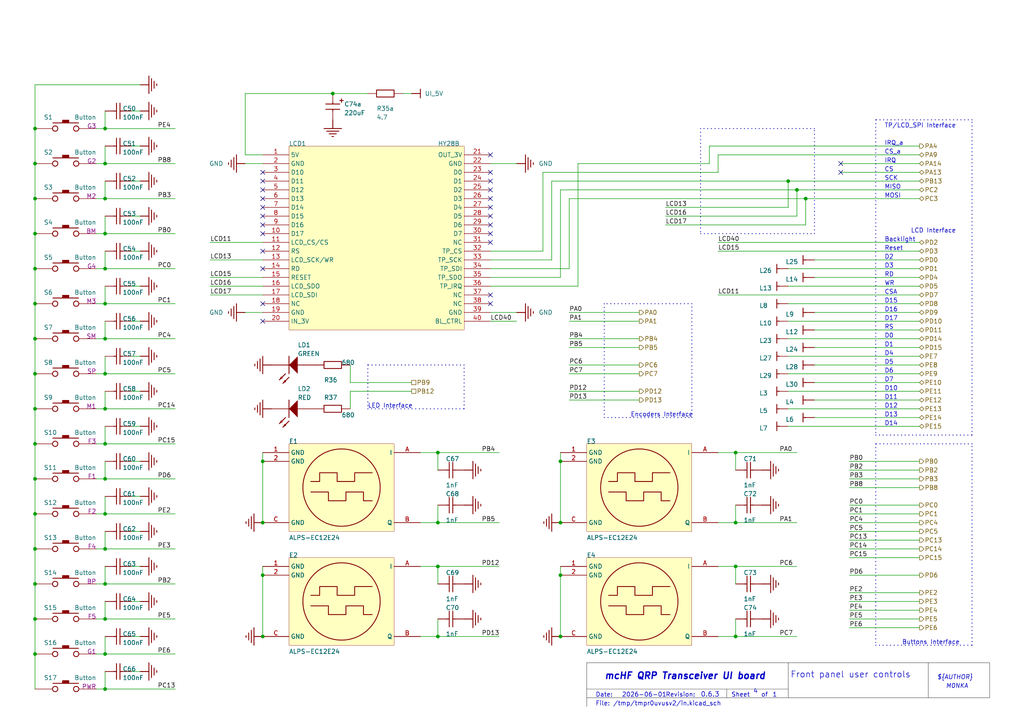
<source format=kicad_sch>
(kicad_sch (version 20231120) (generator "eeschema") (generator_version "8.0")
  (paper "A4")
  (title_block (title "mcHF QRP Transceiver UI board") (rev "0.6.3") (company "M0NKA"))
  (junction (at 231.14 55.0672))
  (junction (at 30.48 67.7672))
  (junction (at 30.48 159.2072))
  (junction (at 76.2 133.8072))
  (junction (at 30.48 98.2472))
  (junction (at 127 164.2872))
  (junction (at 10.16 189.6872))
  (junction (at 30.48 128.7272))
  (junction (at 10.16 159.2072))
  (junction (at 30.48 37.2872))
  (junction (at 30.48 149.0472))
  (junction (at 30.48 88.0872))
  (junction (at 10.16 138.8872))
  (junction (at 162.56 151.5872))
  (junction (at 10.16 77.9272))
  (junction (at 10.16 67.7672))
  (junction (at 127 184.6072))
  (junction (at 30.48 108.4072))
  (junction (at 30.48 189.6872))
  (junction (at 10.16 179.5272))
  (junction (at 30.48 138.8872))
  (junction (at 162.56 166.8272))
  (junction (at 10.16 169.3672))
  (junction (at 96.52 27.1272))
  (junction (at 10.16 88.0872))
  (junction (at 162.56 184.6072))
  (junction (at 30.48 77.9272))
  (junction (at 10.16 47.4472))
  (junction (at 10.16 37.2872))
  (junction (at 10.16 57.6072))
  (junction (at 10.16 128.7272))
  (junction (at 30.48 47.4472))
  (junction (at 30.48 57.6072))
  (junction (at 127 151.5872))
  (junction (at 228.6 52.5272))
  (junction (at 213.36 184.6072))
  (junction (at 10.16 118.5672))
  (junction (at 30.48 179.5272))
  (junction (at 76.2 151.5872))
  (junction (at 162.56 133.8072))
  (junction (at 233.68 57.6072))
  (junction (at 10.16 149.0472))
  (junction (at 30.48 199.8472))
  (junction (at 213.36 164.2872))
  (junction (at 30.48 118.5672))
  (junction (at 76.2 184.6072))
  (junction (at 127 131.2672))
  (junction (at 30.48 169.3672))
  (junction (at 213.36 131.2672))
  (junction (at 10.16 98.2472))
  (junction (at 213.36 151.5872))
  (junction (at 76.2 166.8272))
  (junction (at 10.16 108.4072))
  (no_connect (at 76.2 67.7672))
  (no_connect (at 76.2 88.0872))
  (no_connect (at 142.24 67.7672))
  (no_connect (at 142.24 88.0872))
  (no_connect (at 76.2 55.0672))
  (no_connect (at 76.2 60.1472))
  (no_connect (at 76.2 77.9272))
  (no_connect (at 243.84 47.4472))
  (no_connect (at 142.24 60.1472))
  (no_connect (at 243.84 49.9872))
  (no_connect (at 142.24 44.9072))
  (no_connect (at 142.24 57.6072))
  (no_connect (at 142.24 55.0672))
  (no_connect (at 76.2 52.5272))
  (no_connect (at 76.2 65.2272))
  (no_connect (at 76.2 62.6872))
  (no_connect (at 76.2 93.1672))
  (no_connect (at 142.24 70.3072))
  (no_connect (at 76.2 72.8472))
  (no_connect (at 76.2 57.6072))
  (no_connect (at 142.24 85.5472))
  (no_connect (at 142.24 52.5272))
  (no_connect (at 76.2 49.9872))
  (no_connect (at 142.24 49.9872))
  (no_connect (at 142.24 62.6872))
  (no_connect (at 142.24 65.2272))
  (wire (pts (xy 30.48 47.4472) (xy 50.8 47.4472)))
  (wire (pts (xy 30.48 37.2872) (xy 50.8 37.2872)))
  (wire (pts (xy 40.64 154.1272) (xy 38.1 154.1272)))
  (wire (pts (xy 144.78 151.5872) (xy 127 151.5872)))
  (polyline (pts (xy 269.24 192.2272) (xy 269.24 202.3872)) (stroke (width 0.0254) (type solid) (color 0 0 0 1)))
  (wire (pts (xy 185.42 90.6272) (xy 165.1 90.6272)))
  (wire (pts (xy 10.16 179.5272) (xy 10.16 169.3672)))
  (wire (pts (xy 266.7 171.9072) (xy 246.38 171.9072)))
  (wire (pts (xy 127 169.3672) (xy 127 164.2872)))
  (wire (pts (xy 266.7 141.4272) (xy 246.38 141.4272)))
  (wire (pts (xy 208.28 72.8472) (xy 266.7 72.8472)))
  (wire (pts (xy 243.84 49.9872) (xy 266.7 49.9872)))
  (wire (pts (xy 144.78 131.2672) (xy 127 131.2672)))
  (wire (pts (xy 76.2 164.2872) (xy 76.2 166.8272)))
  (wire (pts (xy 27.94 128.7272) (xy 30.48 128.7272)))
  (wire (pts (xy 228.6 83.0072) (xy 266.7 83.0072)))
  (wire (pts (xy 231.14 164.2872) (xy 213.36 164.2872)))
  (polyline (pts (xy 287.02 202.3872) (xy 287.02 192.2272)) (stroke (width 0.0254) (type solid) (color 0 0 0 1)))
  (wire (pts (xy 167.64 83.0072) (xy 167.64 47.4472)))
  (wire (pts (xy 10.16 149.0472) (xy 10.16 138.8872)))
  (wire (pts (xy 10.16 159.2072) (xy 10.16 149.0472)))
  (wire (pts (xy 185.42 113.4872) (xy 165.1 113.4872)))
  (wire (pts (xy 205.74 42.3672) (xy 266.7 42.3672)))
  (wire (pts (xy 40.64 123.6472) (xy 38.1 123.6472)))
  (wire (pts (xy 185.42 98.2472) (xy 165.1 98.2472)))
  (wire (pts (xy 119.38 110.9472) (xy 101.6 110.9472)))
  (wire (pts (xy 236.22 110.9472) (xy 266.7 110.9472)))
  (wire (pts (xy 27.94 138.8872) (xy 30.48 138.8872)))
  (wire (pts (xy 266.7 174.4472) (xy 246.38 174.4472)))
  (wire (pts (xy 30.48 62.6872) (xy 30.48 67.7672)))
  (polyline (pts (xy 200.66 88.0872) (xy 175.26 88.0872)) (stroke (width 0.254) (type dot) (color 0 0 180 1)))
  (wire (pts (xy 266.7 156.6672) (xy 246.38 156.6672)))
  (wire (pts (xy 213.36 136.3472) (xy 213.36 131.2672)))
  (polyline (pts (xy 175.26 88.0872) (xy 175.26 121.1072)) (stroke (width 0.254) (type dot) (color 0 0 180 1)))
  (wire (pts (xy 142.24 47.4472) (xy 149.86 47.4472)))
  (wire (pts (xy 76.2 133.8072) (xy 76.2 151.5872)))
  (polyline (pts (xy 106.68 118.5672) (xy 134.62 118.5672)) (stroke (width 0.254) (type dot) (color 0 0 180 1)))
  (wire (pts (xy 101.6 110.9472) (xy 101.6 105.8672)))
  (wire (pts (xy 236.22 95.7072) (xy 266.7 95.7072)))
  (polyline (pts (xy 134.62 118.5672) (xy 134.62 105.8672)) (stroke (width 0.254) (type dot) (color 0 0 180 1)))
  (polyline (pts (xy 170.18 199.8472) (xy 228.6 199.8472)) (stroke (width 0.0254) (type solid) (color 0 0 0 1)))
  (wire (pts (xy 162.56 133.8072) (xy 162.56 151.5872)))
  (wire (pts (xy 266.7 176.9872) (xy 246.38 176.9872)))
  (wire (pts (xy 233.68 65.2272) (xy 193.04 65.2272)))
  (wire (pts (xy 167.64 47.4472) (xy 205.74 47.4472)))
  (wire (pts (xy 30.48 199.8472) (xy 50.8 199.8472)))
  (wire (pts (xy 231.14 131.2672) (xy 213.36 131.2672)))
  (wire (pts (xy 213.36 164.2872) (xy 208.28 164.2872)))
  (wire (pts (xy 76.2 83.0072) (xy 60.96 83.0072)))
  (wire (pts (xy 213.36 184.6072) (xy 208.28 184.6072)))
  (wire (pts (xy 27.94 67.7672) (xy 30.48 67.7672)))
  (wire (pts (xy 30.48 113.4872) (xy 30.48 118.5672)))
  (wire (pts (xy 30.48 52.5272) (xy 30.48 57.6072)))
  (wire (pts (xy 162.56 55.0672) (xy 162.56 80.4672)))
  (wire (pts (xy 10.16 88.0872) (xy 10.16 77.9272)))
  (wire (pts (xy 40.64 184.6072) (xy 38.1 184.6072)))
  (wire (pts (xy 236.22 121.1072) (xy 266.7 121.1072)))
  (polyline (pts (xy 203.2 37.2872) (xy 203.2 67.7672)) (stroke (width 0.254) (type dot) (color 0 0 180 1)))
  (wire (pts (xy 266.7 138.8872) (xy 246.38 138.8872)))
  (wire (pts (xy 266.7 57.6072) (xy 233.68 57.6072)))
  (wire (pts (xy 40.64 72.8472) (xy 38.1 72.8472)))
  (wire (pts (xy 266.7 151.5872) (xy 246.38 151.5872)))
  (wire (pts (xy 30.48 174.4472) (xy 30.48 179.5272)))
  (wire (pts (xy 236.22 116.0272) (xy 266.7 116.0272)))
  (wire (pts (xy 27.94 98.2472) (xy 30.48 98.2472)))
  (wire (pts (xy 266.7 159.2072) (xy 246.38 159.2072)))
  (wire (pts (xy 213.36 151.5872) (xy 208.28 151.5872)))
  (wire (pts (xy 76.2 131.2672) (xy 76.2 133.8072)))
  (wire (pts (xy 208.28 49.9872) (xy 208.28 44.9072)))
  (wire (pts (xy 233.68 57.6072) (xy 165.1 57.6072)))
  (wire (pts (xy 266.7 154.1272) (xy 246.38 154.1272)))
  (wire (pts (xy 157.48 72.8472) (xy 157.48 49.9872)))
  (wire (pts (xy 119.38 113.4872) (xy 101.6 113.4872)))
  (wire (pts (xy 149.86 90.6272) (xy 142.24 90.6272)))
  (wire (pts (xy 162.56 164.2872) (xy 162.56 166.8272)))
  (wire (pts (xy 76.2 166.8272) (xy 76.2 184.6072)))
  (wire (pts (xy 30.48 128.7272) (xy 50.8 128.7272)))
  (wire (pts (xy 30.48 149.0472) (xy 50.8 149.0472)))
  (wire (pts (xy 10.16 189.6872) (xy 10.16 179.5272)))
  (polyline (pts (xy 287.02 192.2272) (xy 170.18 192.2272)) (stroke (width 0.0254) (type solid) (color 0 0 0 1)))
  (wire (pts (xy 213.36 131.2672) (xy 208.28 131.2672)))
  (wire (pts (xy 30.48 164.2872) (xy 30.48 169.3672)))
  (wire (pts (xy 127 136.3472) (xy 127 131.2672)))
  (wire (pts (xy 10.16 47.4472) (xy 10.16 37.2872)))
  (wire (pts (xy 236.22 105.8672) (xy 266.7 105.8672)))
  (wire (pts (xy 30.48 179.5272) (xy 50.8 179.5272)))
  (wire (pts (xy 40.64 133.8072) (xy 38.1 133.8072)))
  (wire (pts (xy 76.2 47.4472) (xy 71.12 47.4472)))
  (wire (pts (xy 266.7 133.8072) (xy 246.38 133.8072)))
  (wire (pts (xy 236.22 90.6272) (xy 266.7 90.6272)))
  (wire (pts (xy 10.16 98.2472) (xy 10.16 88.0872)))
  (wire (pts (xy 160.02 75.3872) (xy 142.24 75.3872)))
  (polyline (pts (xy 203.2 67.7672) (xy 236.22 67.7672)) (stroke (width 0.254) (type dot) (color 0 0 180 1)))
  (wire (pts (xy 266.7 136.3472) (xy 246.38 136.3472)))
  (wire (pts (xy 30.48 57.6072) (xy 50.8 57.6072)))
  (wire (pts (xy 142.24 83.0072) (xy 167.64 83.0072)))
  (wire (pts (xy 266.7 146.5072) (xy 246.38 146.5072)))
  (wire (pts (xy 30.48 77.9272) (xy 50.8 77.9272)))
  (wire (pts (xy 165.1 77.9272) (xy 142.24 77.9272)))
  (wire (pts (xy 127 164.2872) (xy 121.92 164.2872)))
  (wire (pts (xy 228.6 52.5272) (xy 160.02 52.5272)))
  (wire (pts (xy 185.42 93.1672) (xy 165.1 93.1672)))
  (polyline (pts (xy 261.62 202.3872) (xy 170.18 202.3872)) (stroke (width 0.0254) (type solid) (color 0 0 0 1)))
  (wire (pts (xy 27.94 77.9272) (xy 30.48 77.9272)))
  (wire (pts (xy 27.94 47.4472) (xy 30.48 47.4472)))
  (wire (pts (xy 10.16 37.2872) (xy 10.16 24.5872)))
  (wire (pts (xy 208.28 85.5472) (xy 266.7 85.5472)))
  (wire (pts (xy 40.64 103.3272) (xy 38.1 103.3272)))
  (wire (pts (xy 27.94 118.5672) (xy 30.48 118.5672)))
  (polyline (pts (xy 175.26 121.1072) (xy 200.66 121.1072)) (stroke (width 0.254) (type dot) (color 0 0 180 1)))
  (wire (pts (xy 27.94 108.4072) (xy 30.48 108.4072)))
  (wire (pts (xy 40.64 42.3672) (xy 38.1 42.3672)))
  (wire (pts (xy 10.16 24.5872) (xy 40.64 24.5872)))
  (wire (pts (xy 40.64 143.9672) (xy 38.1 143.9672)))
  (wire (pts (xy 160.02 52.5272) (xy 160.02 75.3872)))
  (wire (pts (xy 76.2 90.6272) (xy 71.12 90.6272)))
  (wire (pts (xy 30.48 103.3272) (xy 30.48 108.4072)))
  (wire (pts (xy 228.6 108.4072) (xy 266.7 108.4072)))
  (wire (pts (xy 27.94 88.0872) (xy 30.48 88.0872)))
  (wire (pts (xy 30.48 88.0872) (xy 50.8 88.0872)))
  (wire (pts (xy 27.94 169.3672) (xy 30.48 169.3672)))
  (wire (pts (xy 149.86 93.1672) (xy 142.24 93.1672)))
  (wire (pts (xy 71.12 44.9072) (xy 71.12 27.1272)))
  (wire (pts (xy 10.16 128.7272) (xy 10.16 118.5672)))
  (wire (pts (xy 10.16 67.7672) (xy 10.16 57.6072)))
  (wire (pts (xy 27.94 149.0472) (xy 30.48 149.0472)))
  (wire (pts (xy 213.36 184.6072) (xy 213.36 179.5272)))
  (wire (pts (xy 30.48 83.0072) (xy 30.48 88.0872)))
  (wire (pts (xy 213.36 169.3672) (xy 213.36 164.2872)))
  (wire (pts (xy 30.48 138.8872) (xy 50.8 138.8872)))
  (polyline (pts (xy 254 126.1872) (xy 281.94 126.1872)) (stroke (width 0.254) (type dot) (color 0 0 180 1)))
  (polyline (pts (xy 236.22 37.2872) (xy 203.2 37.2872)) (stroke (width 0.254) (type dot) (color 0 0 180 1)))
  (wire (pts (xy 30.48 133.8072) (xy 30.48 138.8872)))
  (wire (pts (xy 30.48 143.9672) (xy 30.48 149.0472)))
  (wire (pts (xy 10.16 169.3672) (xy 10.16 159.2072)))
  (wire (pts (xy 144.78 164.2872) (xy 127 164.2872)))
  (wire (pts (xy 228.6 88.0872) (xy 266.7 88.0872)))
  (wire (pts (xy 40.64 32.2072) (xy 38.1 32.2072)))
  (polyline (pts (xy 106.68 105.8672) (xy 106.68 118.5672)) (stroke (width 0.254) (type dot) (color 0 0 180 1)))
  (polyline (pts (xy 170.18 192.2272) (xy 170.18 204.9272)) (stroke (width 0.0254) (type solid) (color 0 0 0 1)))
  (wire (pts (xy 228.6 52.5272) (xy 228.6 60.1472)))
  (wire (pts (xy 30.48 169.3672) (xy 50.8 169.3672)))
  (wire (pts (xy 30.48 154.1272) (xy 30.48 159.2072)))
  (wire (pts (xy 40.64 113.4872) (xy 38.1 113.4872)))
  (wire (pts (xy 127 184.6072) (xy 127 179.5272)))
  (wire (pts (xy 185.42 116.0272) (xy 165.1 116.0272)))
  (wire (pts (xy 30.48 118.5672) (xy 50.8 118.5672)))
  (wire (pts (xy 27.94 57.6072) (xy 30.48 57.6072)))
  (polyline (pts (xy 281.94 187.1472) (xy 281.94 128.7272)) (stroke (width 0.254) (type dot) (color 0 0 180 1)))
  (wire (pts (xy 127 131.2672) (xy 121.92 131.2672)))
  (wire (pts (xy 127 151.5872) (xy 127 146.5072)))
  (wire (pts (xy 30.48 67.7672) (xy 50.8 67.7672)))
  (polyline (pts (xy 236.22 67.7672) (xy 236.22 37.2872)) (stroke (width 0.254) (type dot) (color 0 0 180 1)))
  (wire (pts (xy 101.6 113.4872) (xy 101.6 118.5672)))
  (wire (pts (xy 165.1 57.6072) (xy 165.1 77.9272)))
  (wire (pts (xy 10.16 199.8472) (xy 10.16 189.6872)))
  (wire (pts (xy 40.64 174.4472) (xy 38.1 174.4472)))
  (wire (pts (xy 30.48 108.4072) (xy 50.8 108.4072)))
  (wire (pts (xy 30.48 42.3672) (xy 30.48 47.4472)))
  (polyline (pts (xy 261.62 202.3872) (xy 287.02 202.3872)) (stroke (width 0.0254) (type solid) (color 0 0 0 1)))
  (wire (pts (xy 236.22 75.3872) (xy 266.7 75.3872)))
  (wire (pts (xy 228.6 123.6472) (xy 266.7 123.6472)))
  (wire (pts (xy 228.6 98.2472) (xy 266.7 98.2472)))
  (wire (pts (xy 266.7 182.0672) (xy 246.38 182.0672)))
  (wire (pts (xy 40.64 62.6872) (xy 38.1 62.6872)))
  (wire (pts (xy 231.14 151.5872) (xy 213.36 151.5872)))
  (wire (pts (xy 162.56 80.4672) (xy 142.24 80.4672)))
  (wire (pts (xy 27.94 179.5272) (xy 30.48 179.5272)))
  (wire (pts (xy 231.14 55.0672) (xy 162.56 55.0672)))
  (wire (pts (xy 30.48 72.8472) (xy 30.48 77.9272)))
  (wire (pts (xy 231.14 62.6872) (xy 193.04 62.6872)))
  (wire (pts (xy 30.48 184.6072) (xy 30.48 189.6872)))
  (polyline (pts (xy 281.94 34.7472) (xy 254 34.7472)) (stroke (width 0.254) (type dot) (color 0 0 180 1)))
  (wire (pts (xy 185.42 100.7872) (xy 165.1 100.7872)))
  (wire (pts (xy 27.94 199.8472) (xy 30.48 199.8472)))
  (wire (pts (xy 76.2 80.4672) (xy 60.96 80.4672)))
  (wire (pts (xy 157.48 49.9872) (xy 208.28 49.9872)))
  (wire (pts (xy 266.7 179.5272) (xy 246.38 179.5272)))
  (wire (pts (xy 30.48 123.6472) (xy 30.48 128.7272)))
  (polyline (pts (xy 281.94 128.7272) (xy 254 128.7272)) (stroke (width 0.254) (type dot) (color 0 0 180 1)))
  (polyline (pts (xy 254 187.1472) (xy 281.94 187.1472)) (stroke (width 0.254) (type dot) (color 0 0 180 1)))
  (wire (pts (xy 27.94 37.2872) (xy 30.48 37.2872)))
  (wire (pts (xy 30.48 159.2072) (xy 50.8 159.2072)))
  (wire (pts (xy 27.94 189.6872) (xy 30.48 189.6872)))
  (wire (pts (xy 228.6 113.4872) (xy 266.7 113.4872)))
  (wire (pts (xy 236.22 80.4672) (xy 266.7 80.4672)))
  (wire (pts (xy 185.42 105.8672) (xy 165.1 105.8672)))
  (wire (pts (xy 243.84 47.4472) (xy 266.7 47.4472)))
  (wire (pts (xy 76.2 70.3072) (xy 60.96 70.3072)))
  (wire (pts (xy 233.68 57.6072) (xy 233.68 65.2272)))
  (wire (pts (xy 266.7 149.0472) (xy 246.38 149.0472)))
  (wire (pts (xy 228.6 60.1472) (xy 193.04 60.1472)))
  (wire (pts (xy 231.14 55.0672) (xy 231.14 62.6872)))
  (wire (pts (xy 236.22 100.7872) (xy 266.7 100.7872)))
  (wire (pts (xy 266.7 55.0672) (xy 231.14 55.0672)))
  (wire (pts (xy 228.6 103.3272) (xy 266.7 103.3272)))
  (wire (pts (xy 40.64 52.5272) (xy 38.1 52.5272)))
  (wire (pts (xy 228.6 118.5672) (xy 266.7 118.5672)))
  (wire (pts (xy 228.6 93.1672) (xy 266.7 93.1672)))
  (wire (pts (xy 76.2 44.9072) (xy 71.12 44.9072)))
  (wire (pts (xy 40.64 93.1672) (xy 38.1 93.1672)))
  (wire (pts (xy 266.7 52.5272) (xy 228.6 52.5272)))
  (polyline (pts (xy 254 128.7272) (xy 254 187.1472)) (stroke (width 0.254) (type dot) (color 0 0 180 1)))
  (wire (pts (xy 266.7 161.7472) (xy 246.38 161.7472)))
  (wire (pts (xy 30.48 189.6872) (xy 50.8 189.6872)))
  (wire (pts (xy 10.16 57.6072) (xy 10.16 47.4472)))
  (wire (pts (xy 142.24 72.8472) (xy 157.48 72.8472)))
  (wire (pts (xy 30.48 98.2472) (xy 50.8 98.2472)))
  (wire (pts (xy 10.16 118.5672) (xy 10.16 108.4072)))
  (wire (pts (xy 10.16 77.9272) (xy 10.16 67.7672)))
  (wire (pts (xy 40.64 83.0072) (xy 38.1 83.0072)))
  (wire (pts (xy 40.64 194.7672) (xy 38.1 194.7672)))
  (polyline (pts (xy 281.94 126.1872) (xy 281.94 34.7472)) (stroke (width 0.254) (type dot) (color 0 0 180 1)))
  (wire (pts (xy 30.48 93.1672) (xy 30.48 98.2472)))
  (wire (pts (xy 144.78 184.6072) (xy 127 184.6072)))
  (wire (pts (xy 119.38 27.1272) (xy 116.84 27.1272)))
  (wire (pts (xy 27.94 159.2072) (xy 30.48 159.2072)))
  (wire (pts (xy 185.42 108.4072) (xy 165.1 108.4072)))
  (polyline (pts (xy 134.62 105.8672) (xy 106.68 105.8672)) (stroke (width 0.254) (type dot) (color 0 0 180 1)))
  (wire (pts (xy 266.7 166.8272) (xy 246.38 166.8272)))
  (polyline (pts (xy 254 34.7472) (xy 254 126.1872)) (stroke (width 0.254) (type dot) (color 0 0 180 1)))
  (wire (pts (xy 205.74 47.4472) (xy 205.74 42.3672)))
  (polyline (pts (xy 210.82 199.8472) (xy 210.82 202.3872)) (stroke (width 0.0254) (type solid) (color 0 0 0 1)))
  (polyline (pts (xy 228.6 192.2272) (xy 228.6 202.3872)) (stroke (width 0.0254) (type solid) (color 0 0 0 1)))
  (wire (pts (xy 10.16 138.8872) (xy 10.16 128.7272)))
  (wire (pts (xy 71.12 27.1272) (xy 96.52 27.1272)))
  (wire (pts (xy 30.48 194.7672) (xy 30.48 199.8472)))
  (wire (pts (xy 208.28 70.3072) (xy 266.7 70.3072)))
  (wire (pts (xy 96.52 27.1272) (xy 106.68 27.1272)))
  (wire (pts (xy 231.14 184.6072) (xy 213.36 184.6072)))
  (wire (pts (xy 30.48 32.2072) (xy 30.48 37.2872)))
  (polyline (pts (xy 200.66 121.1072) (xy 200.66 88.0872)) (stroke (width 0.254) (type dot) (color 0 0 180 1)))
  (wire (pts (xy 40.64 164.2872) (xy 38.1 164.2872)))
  (wire (pts (xy 228.6 77.9272) (xy 266.7 77.9272)))
  (wire (pts (xy 10.16 108.4072) (xy 10.16 98.2472)))
  (wire (pts (xy 213.36 151.5872) (xy 213.36 146.5072)))
  (wire (pts (xy 162.56 131.2672) (xy 162.56 133.8072)))
  (wire (pts (xy 76.2 85.5472) (xy 60.96 85.5472)))
  (wire (pts (xy 127 151.5872) (xy 121.92 151.5872)))
  (wire (pts (xy 162.56 166.8272) (xy 162.56 184.6072)))
  (wire (pts (xy 127 184.6072) (xy 121.92 184.6072)))
  (wire (pts (xy 76.2 75.3872) (xy 60.96 75.3872)))
  (wire (pts (xy 208.28 44.9072) (xy 266.7 44.9072)))
  (text "Reset" (at 256.54 72.8472 0) (effects (font (size 1.27 1.27)) (justify left bottom)))
  (text "MISO" (at 256.54 55.0672 0) (effects (font (size 1.27 1.27)) (justify left bottom)))
  (text "CSA" (at 256.54 85.5472 0) (effects (font (size 1.27 1.27)) (justify left bottom)))
  (text "D11" (at 256.54 116.0272 0) (effects (font (size 1.27 1.27)) (justify left bottom)))
  (text "File:" (at 172.72 204.9272 0) (effects (font (size 1.27 1.27)) (justify left bottom)))
  (text "${TITLE}" (at 175.26 197.3072 0) (effects (font (size 1.905 1.905) (thickness 0.381) (bold yes) (italic yes)) (justify left bottom)))
  (text "Revision:" (at 193.04 202.3872 0) (effects (font (size 1.27 1.27)) (justify left bottom)))
  (text "IRQ" (at 256.54 47.4472 0) (effects (font (size 1.27 1.27)) (justify left bottom)))
  (text "TP/LCD_SPI Interface" (at 256.54 37.2872 0) (effects (font (size 1.27 1.27)) (justify left bottom)))
  (text "D13" (at 256.54 121.1072 0) (effects (font (size 1.27 1.27)) (justify left bottom)))
  (text "IRQ_a" (at 256.54 42.3672 0) (effects (font (size 1.27 1.27)) (justify left bottom)))
  (text "D17" (at 256.54 93.1672 0) (effects (font (size 1.27 1.27)) (justify left bottom)))
  (text "LCD Interface" (at 264.16 67.7672 0) (effects (font (size 1.27 1.27)) (justify left bottom)))
  (text "${AUTHOR}" (at 271.78 197.3072 0) (effects (font (size 1.27 1.27) (italic yes)) (justify left bottom)))
  (text "D6" (at 256.54 108.4072 0) (effects (font (size 1.27 1.27)) (justify left bottom)))
  (text "CS" (at 256.54 49.9872 0) (effects (font (size 1.27 1.27)) (justify left bottom)))
  (text "D14" (at 256.54 123.6472 0) (effects (font (size 1.27 1.27)) (justify left bottom)))
  (text "RS" (at 256.54 95.7072 0) (effects (font (size 1.27 1.27)) (justify left bottom)))
  (text "${REVISION}" (at 203.2 202.3872 0) (effects (font (size 1.397 1.397)) (justify left bottom)))
  (text "D16" (at 256.54 90.6272 0) (effects (font (size 1.27 1.27)) (justify left bottom)))
  (text "CS_a" (at 256.54 44.9072 0) (effects (font (size 1.27 1.27)) (justify left bottom)))
  (text "${CURRENT_DATE}" (at 180.34 202.3872 0) (effects (font (size 1.27 1.27)) (justify left bottom)))
  (text "RD" (at 256.54 80.4672 0) (effects (font (size 1.27 1.27)) (justify left bottom)))
  (text "D15" (at 256.54 88.0872 0) (effects (font (size 1.27 1.27)) (justify left bottom)))
  (text "4" (at 218.44 199.8472 0) (effects (font (size 1.27 1.27)) (justify left top)))
  (text "Buttons Interface" (at 261.62 187.1472 0) (effects (font (size 1.27 1.27)) (justify left bottom)))
  (text "D4" (at 256.54 103.3272 0) (effects (font (size 1.27 1.27)) (justify left bottom)))
  (text "D0" (at 256.54 98.2472 0) (effects (font (size 1.27 1.27)) (justify left bottom)))
  (text "Encoders Interface" (at 182.88 121.1072 0) (effects (font (size 1.27 1.27)) (justify left bottom)))
  (text "${##}" (at 224.028 202.3872 0) (effects (font (size 1.27 1.27)) (justify left bottom)))
  (text "of" (at 220.726 202.3872 0) (effects (font (size 1.27 1.27)) (justify left bottom)))
  (text "${COMPANY}" (at 274.32 199.8472 0) (effects (font (size 1.27 1.27) (italic yes)) (justify left bottom)))
  (text "MOSI" (at 256.54 57.6072 0) (effects (font (size 1.27 1.27)) (justify left bottom)))
  (text "D7" (at 256.54 110.9472 0) (effects (font (size 1.27 1.27)) (justify left bottom)))
  (text "Date:" (at 172.72 202.3872 0) (effects (font (size 1.27 1.27)) (justify left bottom)))
  (text "D1" (at 256.54 100.7872 0) (effects (font (size 1.27 1.27)) (justify left bottom)))
  (text "SCK" (at 256.54 52.5272 0) (effects (font (size 1.27 1.27)) (justify left bottom)))
  (text "Sheet" (at 212.09 202.3872 0) (effects (font (size 1.27 1.27)) (justify left bottom)))
  (text "D12" (at 256.54 118.5672 0) (effects (font (size 1.27 1.27)) (justify left bottom)))
  (text "D10" (at 256.54 113.4872 0) (effects (font (size 1.27 1.27)) (justify left bottom)))
  (text "D3" (at 256.54 77.9272 0) (effects (font (size 1.27 1.27)) (justify left bottom)))
  (text "${FILEPATH}" (at 177.8 204.9272 0) (effects (font (size 1.27 1.27)) (justify left bottom)))
  (text "D5" (at 256.54 105.8672 0) (effects (font (size 1.27 1.27)) (justify left bottom)))
  (text "LED Interface" (at 106.68 118.5672 0) (effects (font (size 1.27 1.27)) (justify left bottom)))
  (text "D2" (at 256.54 75.3872 0) (effects (font (size 1.27 1.27)) (justify left bottom)))
  (text "Backlight" (at 256.54 70.3072 0) (effects (font (size 1.27 1.27)) (justify left bottom)))
  (text "WR" (at 256.54 83.0072 0) (effects (font (size 1.27 1.27)) (justify left bottom)))
  (text "Front panel user controls" (at 264.16 194.7672 0) (effects (font (size 1.778 1.778)) (justify right top)))
  (label "PD13" (at 165.1 116.0272 0))
  (label "PE3" (at 45.72 159.2072 0))
  (label "PA0" (at 226.06 131.2672 0))
  (label "PB3" (at 246.38 138.8872 0))
  (label "PB8" (at 246.38 141.4272 0))
  (label "PD12" (at 139.7 164.2872 0))
  (label "PC7" (at 165.1 108.4072 0))
  (label "PB2" (at 246.38 136.3472 0))
  (label "LCD15" (at 60.96 80.4672 0))
  (label "PB4" (at 139.7 131.2672 0))
  (label "PC5" (at 45.72 108.4072 0))
  (label "PA0" (at 165.1 90.6272 0))
  (label "PB0" (at 45.72 67.7672 0))
  (label "PB4" (at 165.1 98.2472 0))
  (label "PB5" (at 165.1 100.7872 0))
  (label "LCD16" (at 193.04 62.6872 0))
  (label "LCD13" (at 60.96 75.3872 0))
  (label "LCD11" (at 208.28 85.5472 0))
  (label "PB5" (at 139.7 151.5872 0))
  (label "PC5" (at 246.38 154.1272 0))
  (label "PE6" (at 45.72 189.6872 0))
  (label "PC14" (at 246.38 159.2072 0))
  (label "PD12" (at 165.1 113.4872 0))
  (label "PE5" (at 45.72 179.5272 0))
  (label "LCD15" (at 208.28 72.8472 0))
  (label "LCD40" (at 142.24 93.1672 0))
  (label "PD13" (at 139.7 184.6072 0))
  (label "PE4" (at 246.38 176.9872 0))
  (label "PE5" (at 246.38 179.5272 0))
  (label "LCD17" (at 193.04 65.2272 0))
  (label "PC0" (at 246.38 146.5072 0))
  (label "PC15" (at 246.38 161.7472 0))
  (label "LCD40" (at 208.28 70.3072 0))
  (label "PE6" (at 246.38 182.0672 0))
  (label "PC4" (at 45.72 98.2472 0))
  (label "PB8" (at 45.72 47.4472 0))
  (label "PC4" (at 246.38 151.5872 0))
  (label "PC15" (at 45.72 128.7272 0))
  (label "LCD16" (at 60.96 83.0072 0))
  (label "PC13" (at 246.38 156.6672 0))
  (label "PC6" (at 165.1 105.8672 0))
  (label "LCD11" (at 60.96 70.3072 0))
  (label "PE4" (at 45.72 37.2872 0))
  (label "LCD13" (at 193.04 60.1472 0))
  (label "PB3" (at 45.72 57.6072 0))
  (label "PC6" (at 226.06 164.2872 0))
  (label "PA1" (at 226.06 151.5872 0))
  (label "PC7" (at 226.06 184.6072 0))
  (label "PA1" (at 165.1 93.1672 0))
  (label "PE2" (at 246.38 171.9072 0))
  (label "PE3" (at 246.38 174.4472 0))
  (label "PC13" (at 45.72 199.8472 0))
  (label "PB0" (at 246.38 133.8072 0))
  (label "PC14" (at 45.72 118.5672 0))
  (label "PC0" (at 45.72 77.9272 0))
  (label "PB2" (at 45.72 169.3672 0))
  (label "PD6" (at 246.38 166.8272 0))
  (label "PC1" (at 45.72 88.0872 0))
  (label "PD6" (at 45.72 138.8872 0))
  (label "PC1" (at 246.38 149.0472 0))
  (label "PE2" (at 45.72 149.0472 0))
  (label "LCD17" (at 60.96 85.5472 0))
  (hierarchical_label "PA4" (shape output) (at 266.7 42.3672 0))
  (hierarchical_label "PA13" (shape bidirectional) (at 266.7 49.9872 0))
  (hierarchical_label "PB3" (shape output) (at 266.7 138.8872 0))
  (hierarchical_label "PD5" (shape bidirectional) (at 266.7 83.0072 0))
  (hierarchical_label "PD6" (shape output) (at 266.7 166.8272 0))
  (hierarchical_label "PC14" (shape output) (at 266.7 159.2072 0))
  (hierarchical_label "PE2" (shape output) (at 266.7 171.9072 0))
  (hierarchical_label "PE7" (shape bidirectional) (at 266.7 103.3272 0))
  (hierarchical_label "PA0" (shape output) (at 185.42 90.6272 0))
  (hierarchical_label "PD7" (shape bidirectional) (at 266.7 85.5472 0))
  (hierarchical_label "PA14" (shape bidirectional) (at 266.7 47.4472 0))
  (hierarchical_label "PE6" (shape output) (at 266.7 182.0672 0))
  (hierarchical_label "PC15" (shape output) (at 266.7 161.7472 0))
  (hierarchical_label "PD2" (shape bidirectional) (at 266.7 70.3072 0))
  (hierarchical_label "PE3" (shape output) (at 266.7 174.4472 0))
  (hierarchical_label "PD8" (shape bidirectional) (at 266.7 88.0872 0))
  (hierarchical_label "PD4" (shape bidirectional) (at 266.7 80.4672 0))
  (hierarchical_label "PC13" (shape output) (at 266.7 156.6672 0))
  (hierarchical_label "PD0" (shape bidirectional) (at 266.7 75.3872 0))
  (hierarchical_label "PC3" (shape bidirectional) (at 266.7 57.6072 0))
  (hierarchical_label "PA1" (shape output) (at 185.42 93.1672 0))
  (hierarchical_label "PB4" (shape output) (at 185.42 98.2472 0))
  (hierarchical_label "PE10" (shape bidirectional) (at 266.7 110.9472 0))
  (hierarchical_label "PB13" (shape bidirectional) (at 266.7 52.5272 0))
  (hierarchical_label "PC6" (shape output) (at 185.42 105.8672 0))
  (hierarchical_label "PD13" (shape output) (at 185.42 116.0272 0))
  (hierarchical_label "PD11" (shape bidirectional) (at 266.7 95.7072 0))
  (hierarchical_label "PB9" (shape passive) (at 119.38 110.9472 0))
  (hierarchical_label "PB8" (shape output) (at 266.7 141.4272 0))
  (hierarchical_label "PD14" (shape bidirectional) (at 266.7 98.2472 0))
  (hierarchical_label "PB0" (shape output) (at 266.7 133.8072 0))
  (hierarchical_label "PA9" (shape bidirectional) (at 266.7 44.9072 0))
  (hierarchical_label "PE4" (shape output) (at 266.7 176.9872 0))
  (hierarchical_label "PC4" (shape output) (at 266.7 151.5872 0))
  (hierarchical_label "PB12" (shape passive) (at 119.38 113.4872 0))
  (hierarchical_label "PC5" (shape output) (at 266.7 154.1272 0))
  (hierarchical_label "PE9" (shape bidirectional) (at 266.7 108.4072 0))
  (hierarchical_label "PD15" (shape bidirectional) (at 266.7 100.7872 0))
  (hierarchical_label "PB5" (shape output) (at 185.42 100.7872 0))
  (hierarchical_label "PC7" (shape output) (at 185.42 108.4072 0))
  (hierarchical_label "PD9" (shape bidirectional) (at 266.7 90.6272 0))
  (hierarchical_label "PE11" (shape bidirectional) (at 266.7 113.4872 0))
  (hierarchical_label "PE13" (shape bidirectional) (at 266.7 118.5672 0))
  (hierarchical_label "PE15" (shape bidirectional) (at 266.7 123.6472 0))
  (hierarchical_label "PC0" (shape output) (at 266.7 146.5072 0))
  (hierarchical_label "PE14" (shape bidirectional) (at 266.7 121.1072 0))
  (hierarchical_label "PD12" (shape output) (at 185.42 113.4872 0))
  (hierarchical_label "PE12" (shape bidirectional) (at 266.7 116.0272 0))
  (hierarchical_label "PC2" (shape bidirectional) (at 266.7 55.0672 0))
  (hierarchical_label "PD3" (shape bidirectional) (at 266.7 72.8472 0))
  (hierarchical_label "PE5" (shape output) (at 266.7 179.5272 0))
  (hierarchical_label "PD1" (shape bidirectional) (at 266.7 77.9272 0))
  (hierarchical_label "PB2" (shape output) (at 266.7 136.3472 0))
  (hierarchical_label "PE8" (shape bidirectional) (at 266.7 105.8672 0))
  (hierarchical_label "PC1" (shape output) (at 266.7 149.0472 0))
  (hierarchical_label "PD10" (shape bidirectional) (at 266.7 93.1672 0))
  (symbol (lib_id "ui_main-altium-import:Front panel user controls_3_TP") (at 226.06 85.5472 0) (unit 1)
    (property "Reference" "L8" (at 220.218 89.3572 0) (effects (justify left bottom)))
    (property "Value" "TP" (effects (hide yes)))
    (property "Footprint" "tp" (effects (hide yes)))
    (property "Description" "Test point" (effects (hide yes)))
  )
  (symbol (lib_id "ui_main-altium-import:Front panel user controls_0_SW-PB") (at 15.24 105.8672 0) (unit 1)
    (property "Reference" "S8" (at 12.7 105.8672 0) (effects (justify left bottom)))
    (property "Value" "Button" (at 27.94 105.8672 0) (effects (justify right bottom)))
    (property "Footprint" "BUTTON_SMD2" (effects (hide yes)))
    (property "Description" "Push Button" (effects (hide yes)))
    (property "PRICE" "0.14" (effects (hide yes)))
    (property "ORDER" "EB 290913735944" (effects (hide yes)))
    (property "SOFTWARE FUNCTION" "SP" (at 27.94 108.4072 0) (effects (justify right bottom)))
  )
  (symbol (lib_id "ui_main-altium-import:Front panel user controls_3_CAP") (at 35.56 151.5872 0) (unit 1)
    (property "Reference" "C62" (at 35.56 154.1272 0) (effects (justify left bottom)))
    (property "Value" "100nF" (at 35.56 156.6672 0) (effects (justify left bottom)))
    (property "Footprint" "0805-Pro" (effects (hide yes)))
    (property "Description" "Capacitor" (effects (hide yes)))
    (property "PRICE" "0.068" (effects (hide yes)))
    (property "ORDER" "FN 174-0673" (effects (hide yes)))
    (property "QT ORDER" "QCC-00154" (effects (hide yes)))
  )
  (symbol (lib_id "ui_main-altium-import:Front panel user controls_0_Encoder") (at 185.42 174.4472 0) (unit 1)
    (property "Reference" "E4" (at 170.18 161.7472 0) (effects (justify left bottom)))
    (property "Value" "ALPS-EC12E24" (at 170.18 189.6872 0) (effects (justify left bottom)))
    (property "Footprint" "Encoder" (effects (hide yes)))
    (property "Description" "ALPS Rotary Encoder" (effects (hide yes)))
    (property "PRICE" "1.00" (effects (hide yes)))
    (property "ORDER" "FN 152-0812" (effects (hide yes)))
  )
  (symbol (lib_id "ui_main-altium-import:Front panel user controls_3_TP") (at 226.06 116.0272 0) (unit 1)
    (property "Reference" "L5" (at 220.218 119.8372 0) (effects (justify left bottom)))
    (property "Value" "TP" (effects (hide yes)))
    (property "Footprint" "tp" (effects (hide yes)))
    (property "Description" "Test point" (effects (hide yes)))
  )
  (symbol (lib_id "ui_main-altium-import:Front panel user controls_3_TP") (at 226.06 100.7872 0) (unit 1)
    (property "Reference" "L27" (at 220.218 104.5972 0) (effects (justify left bottom)))
    (property "Value" "TP" (effects (hide yes)))
    (property "Footprint" "tp" (effects (hide yes)))
    (property "Description" "Test point" (effects (hide yes)))
  )
  (symbol (lib_id "ui_main-altium-import:Front panel user controls_0_SW-PB") (at 15.24 34.7472 0) (unit 1)
    (property "Reference" "S1" (at 12.7 34.7472 0) (effects (justify left bottom)))
    (property "Value" "Button" (at 27.94 34.7472 0) (effects (justify right bottom)))
    (property "Footprint" "BUTTON_SMD2" (effects (hide yes)))
    (property "Description" "Push Button" (effects (hide yes)))
    (property "PRICE" "0.14" (effects (hide yes)))
    (property "ORDER" "EB 290913735944" (effects (hide yes)))
    (property "SOFTWARE FUNCTION" "G3" (at 27.94 37.2872 0) (effects (justify right bottom)))
  )
  (symbol (lib_id "ui_main-altium-import:Front panel user controls_0_RES_0") (at 93.98 103.3272 0) (unit 1)
    (property "Reference" "R36" (at 93.98 110.9472 0) (effects (justify left bottom)))
    (property "Value" "680" (at 99.06 105.8672 0) (effects (justify left bottom)))
    (property "Footprint" "0805-Pro" (effects (hide yes)))
    (property "Description" "Resistor" (effects (hide yes)))
    (property "ORDER" "FN 933-3460" (effects (hide yes)))
    (property "PRICE" "0.054" (effects (hide yes)))
    (property "QT ORDER" "QCR-00321" (effects (hide yes)))
  )
  (symbol (lib_id "ui_main-altium-import:Front panel user controls_3_CAP") (at 35.56 182.0672 0) (unit 1)
    (property "Reference" "C65" (at 35.56 184.6072 0) (effects (justify left bottom)))
    (property "Value" "100nF" (at 35.56 187.1472 0) (effects (justify left bottom)))
    (property "Footprint" "0805-Pro" (effects (hide yes)))
    (property "Description" "Capacitor" (effects (hide yes)))
    (property "PRICE" "0.068" (effects (hide yes)))
    (property "ORDER" "FN 174-0673" (effects (hide yes)))
    (property "QT ORDER" "QCC-00154" (effects (hide yes)))
  )
  (symbol (lib_id "ui_main-altium-import:GND_POWER_GROUND") (at 40.64 83.0072 90) (unit 1)
    (property "Reference" "#PWR?" (effects (hide yes)))
    (property "Value" "GND" (effects (hide yes)))
  )
  (symbol (lib_id "ui_main-altium-import:Front panel user controls_3_CAP") (at 35.56 110.9472 0) (unit 1)
    (property "Reference" "C58" (at 35.56 113.4872 0) (effects (justify left bottom)))
    (property "Value" "100nF" (at 35.56 116.0272 0) (effects (justify left bottom)))
    (property "Footprint" "0805-Pro" (effects (hide yes)))
    (property "Description" "Capacitor" (effects (hide yes)))
    (property "PRICE" "0.068" (effects (hide yes)))
    (property "ORDER" "FN 174-0673" (effects (hide yes)))
    (property "QT ORDER" "QCC-00154" (effects (hide yes)))
  )
  (symbol (lib_id "ui_main-altium-import:GND_POWER_GROUND") (at 40.64 52.5272 90) (unit 1)
    (property "Reference" "#PWR?" (effects (hide yes)))
    (property "Value" "GND" (effects (hide yes)))
  )
  (symbol (lib_id "ui_main-altium-import:Front panel user controls_3_CAP") (at 35.56 29.6672 0) (unit 1)
    (property "Reference" "C50" (at 35.56 32.2072 0) (effects (justify left bottom)))
    (property "Value" "100nF" (at 35.56 34.7472 0) (effects (justify left bottom)))
    (property "Footprint" "0805-Pro" (effects (hide yes)))
    (property "Description" "Capacitor" (effects (hide yes)))
    (property "PRICE" "0.068" (effects (hide yes)))
    (property "ORDER" "FN 174-0673" (effects (hide yes)))
    (property "QT ORDER" "QCC-00154" (effects (hide yes)))
  )
  (symbol (lib_id "ui_main-altium-import:Front panel user controls_0_SW-PB") (at 15.24 176.9872 0) (unit 1)
    (property "Reference" "S15" (at 12.7 176.9872 0) (effects (justify left bottom)))
    (property "Value" "Button" (at 27.94 176.9872 0) (effects (justify right bottom)))
    (property "Footprint" "BUTTON_SMD2" (effects (hide yes)))
    (property "Description" "Push Button" (effects (hide yes)))
    (property "PRICE" "0.14" (effects (hide yes)))
    (property "ORDER" "EB 290913735944" (effects (hide yes)))
    (property "SOFTWARE FUNCTION" "F5" (at 27.94 179.5272 0) (effects (justify right bottom)))
  )
  (symbol (lib_id "ui_main-altium-import:Front panel user controls_3_CAP") (at 35.56 60.1472 0) (unit 1)
    (property "Reference" "C53" (at 35.56 62.6872 0) (effects (justify left bottom)))
    (property "Value" "100nF" (at 35.56 65.2272 0) (effects (justify left bottom)))
    (property "Footprint" "0805-Pro" (effects (hide yes)))
    (property "Description" "Capacitor" (effects (hide yes)))
    (property "PRICE" "0.068" (effects (hide yes)))
    (property "ORDER" "FN 174-0673" (effects (hide yes)))
    (property "QT ORDER" "QCC-00154" (effects (hide yes)))
  )
  (symbol (lib_id "ui_main-altium-import:Front panel user controls_0_Encoder") (at 99.06 141.4272 0) (unit 1)
    (property "Reference" "E1" (at 83.82 128.7272 0) (effects (justify left bottom)))
    (property "Value" "ALPS-EC12E24" (at 83.82 156.6672 0) (effects (justify left bottom)))
    (property "Footprint" "Encoder" (effects (hide yes)))
    (property "Description" "ALPS Rotary Encoder" (effects (hide yes)))
    (property "PRICE" "1.00" (effects (hide yes)))
    (property "ORDER" "FN 152-0812" (effects (hide yes)))
  )
  (symbol (lib_id "ui_main-altium-import:Front panel user controls_3_TP") (at 233.68 77.9272 0) (unit 1)
    (property "Reference" "L14" (at 227.838 81.7372 0) (effects (justify left bottom)))
    (property "Value" "TP" (effects (hide yes)))
    (property "Footprint" "tp" (effects (hide yes)))
    (property "Description" "Test point" (effects (hide yes)))
  )
  (symbol (lib_id "ui_main-altium-import:GND_POWER_GROUND") (at 40.64 194.7672 90) (unit 1)
    (property "Reference" "#PWR?" (effects (hide yes)))
    (property "Value" "GND" (effects (hide yes)))
  )
  (symbol (lib_id "ui_main-altium-import:GND_POWER_GROUND") (at 40.64 42.3672 90) (unit 1)
    (property "Reference" "#PWR?" (effects (hide yes)))
    (property "Value" "GND" (effects (hide yes)))
  )
  (symbol (lib_id "ui_main-altium-import:Front panel user controls_0_SW-PB") (at 15.24 126.1872 0) (unit 1)
    (property "Reference" "S10" (at 12.7 126.1872 0) (effects (justify left bottom)))
    (property "Value" "Button" (at 27.94 126.1872 0) (effects (justify right bottom)))
    (property "Footprint" "BUTTON_SMD2" (effects (hide yes)))
    (property "Description" "Push Button" (effects (hide yes)))
    (property "PRICE" "0.14" (effects (hide yes)))
    (property "ORDER" "EB 290913735944" (effects (hide yes)))
    (property "SOFTWARE FUNCTION" "F3" (at 27.94 128.7272 0) (effects (justify right bottom)))
  )
  (symbol (lib_id "ui_main-altium-import:Front panel user controls_3_CAP") (at 35.56 121.1072 0) (unit 1)
    (property "Reference" "C59" (at 35.56 123.6472 0) (effects (justify left bottom)))
    (property "Value" "100nF" (at 35.56 126.1872 0) (effects (justify left bottom)))
    (property "Footprint" "0805-Pro" (effects (hide yes)))
    (property "Description" "Capacitor" (effects (hide yes)))
    (property "PRICE" "0.068" (effects (hide yes)))
    (property "ORDER" "FN 174-0673" (effects (hide yes)))
    (property "QT ORDER" "QCC-00154" (effects (hide yes)))
  )
  (symbol (lib_id "ui_main-altium-import:GND_POWER_GROUND") (at 71.12 47.4472 270) (unit 1)
    (property "Reference" "#PWR?" (effects (hide yes)))
    (property "Value" "GND" (at 64.77 47.4472 90) (effects (justify right)))
  )
  (symbol (lib_id "ui_main-altium-import:GND_POWER_GROUND") (at 78.74 105.8672 270) (unit 1)
    (property "Reference" "#PWR?" (effects (hide yes)))
    (property "Value" "GND" (effects (hide yes)))
  )
  (symbol (lib_id "ui_main-altium-import:GND_POWER_GROUND") (at 149.86 47.4472 90) (unit 1)
    (property "Reference" "#PWR?" (effects (hide yes)))
    (property "Value" "GND" (at 156.21 47.4472 90) (effects (justify right)))
  )
  (symbol (lib_id "ui_main-altium-import:Front panel user controls_1_CAP") (at 129.54 138.8872 0) (unit 1)
    (property "Reference" "C67" (at 129.286 133.8072 0) (effects (justify left bottom)))
    (property "Value" "1nF" (at 129.286 141.4272 0) (effects (justify left bottom)))
    (property "Footprint" "0805-Pro" (effects (hide yes)))
    (property "Description" "Capacitor" (effects (hide yes)))
    (property "PRICE" "0.01" (effects (hide yes)))
    (property "ORDER" "FN 185-6408" (effects (hide yes)))
    (property "QT ORDER" "QCC-00259" (effects (hide yes)))
  )
  (symbol (lib_id "ui_main-altium-import:Front panel user controls_0_SW-PB") (at 15.24 116.0272 0) (unit 1)
    (property "Reference" "S9" (at 12.7 116.0272 0) (effects (justify left bottom)))
    (property "Value" "Button" (at 27.94 116.0272 0) (effects (justify right bottom)))
    (property "Footprint" "BUTTON_SMD2" (effects (hide yes)))
    (property "Description" "Push Button" (effects (hide yes)))
    (property "PRICE" "0.14" (effects (hide yes)))
    (property "ORDER" "EB 290913735944" (effects (hide yes)))
    (property "SOFTWARE FUNCTION" "M1" (at 27.94 118.5672 0) (effects (justify right bottom)))
  )
  (symbol (lib_id "ui_main-altium-import:Front panel user controls_0_SW-PB") (at 15.24 95.7072 0) (unit 1)
    (property "Reference" "S7" (at 12.7 95.7072 0) (effects (justify left bottom)))
    (property "Value" "Button" (at 27.94 95.7072 0) (effects (justify right bottom)))
    (property "Footprint" "BUTTON_SMD2" (effects (hide yes)))
    (property "Description" "Push Button" (effects (hide yes)))
    (property "PRICE" "0.14" (effects (hide yes)))
    (property "ORDER" "EB 290913735944" (effects (hide yes)))
    (property "SOFTWARE FUNCTION" "SM" (at 27.94 98.2472 0) (effects (justify right bottom)))
  )
  (symbol (lib_id "ui_main-altium-import:Front panel user controls_3_TP") (at 233.68 93.1672 0) (unit 1)
    (property "Reference" "L12" (at 227.838 96.9772 0) (effects (justify left bottom)))
    (property "Value" "TP" (effects (hide yes)))
    (property "Footprint" "tp" (effects (hide yes)))
    (property "Description" "Test point" (effects (hide yes)))
  )
  (symbol (lib_id "ui_main-altium-import:GND_POWER_GROUND") (at 40.64 72.8472 90) (unit 1)
    (property "Reference" "#PWR?" (effects (hide yes)))
    (property "Value" "GND" (effects (hide yes)))
  )
  (symbol (lib_id "ui_main-altium-import:Front panel user controls_3_TP") (at 226.06 110.9472 0) (unit 1)
    (property "Reference" "L3" (at 220.218 114.7572 0) (effects (justify left bottom)))
    (property "Value" "TP" (effects (hide yes)))
    (property "Footprint" "tp" (effects (hide yes)))
    (property "Description" "Test point" (effects (hide yes)))
  )
  (symbol (lib_id "ui_main-altium-import:Front panel user controls_3_CAP") (at 35.56 100.7872 0) (unit 1)
    (property "Reference" "C57" (at 35.56 103.3272 0) (effects (justify left bottom)))
    (property "Value" "100nF" (at 35.56 105.8672 0) (effects (justify left bottom)))
    (property "Footprint" "0805-Pro" (effects (hide yes)))
    (property "Description" "Capacitor" (effects (hide yes)))
    (property "PRICE" "0.068" (effects (hide yes)))
    (property "ORDER" "FN 174-0673" (effects (hide yes)))
    (property "QT ORDER" "QCC-00154" (effects (hide yes)))
  )
  (symbol (lib_id "ui_main-altium-import:GND_POWER_GROUND") (at 40.64 174.4472 90) (unit 1)
    (property "Reference" "#PWR?" (effects (hide yes)))
    (property "Value" "GND" (effects (hide yes)))
  )
  (symbol (lib_id "ui_main-altium-import:GND_POWER_GROUND") (at 220.98 179.5272 90) (unit 1)
    (property "Reference" "#PWR?" (effects (hide yes)))
    (property "Value" "GND" (effects (hide yes)))
  )
  (symbol (lib_id "ui_main-altium-import:GND_POWER_GROUND") (at 134.62 179.5272 90) (unit 1)
    (property "Reference" "#PWR?" (effects (hide yes)))
    (property "Value" "GND" (effects (hide yes)))
  )
  (symbol (lib_id "ui_main-altium-import:Front panel user controls_0_Encoder") (at 99.06 174.4472 0) (unit 1)
    (property "Reference" "E2" (at 83.82 161.7472 0) (effects (justify left bottom)))
    (property "Value" "ALPS-EC12E24" (at 83.82 189.6872 0) (effects (justify left bottom)))
    (property "Footprint" "Encoder" (effects (hide yes)))
    (property "Description" "ALPS Rotary Encoder" (effects (hide yes)))
    (property "PRICE" "1.00" (effects (hide yes)))
    (property "ORDER" "FN 152-0812" (effects (hide yes)))
  )
  (symbol (lib_id "ui_main-altium-import:GND_POWER_GROUND") (at 149.86 90.6272 90) (unit 1)
    (property "Reference" "#PWR?" (effects (hide yes)))
    (property "Value" "GND" (at 156.21 90.6272 90) (effects (justify right)))
  )
  (symbol (lib_id "ui_main-altium-import:Front panel user controls_3_CAP") (at 35.56 192.2272 0) (unit 1)
    (property "Reference" "C66" (at 35.56 194.7672 0) (effects (justify left bottom)))
    (property "Value" "100nF" (at 35.56 197.3072 0) (effects (justify left bottom)))
    (property "Footprint" "0805-Pro" (effects (hide yes)))
    (property "Description" "Capacitor" (effects (hide yes)))
    (property "PRICE" "0.068" (effects (hide yes)))
    (property "ORDER" "FN 174-0673" (effects (hide yes)))
    (property "QT ORDER" "QCC-00154" (effects (hide yes)))
  )
  (symbol (lib_id "ui_main-altium-import:Front panel user controls_3_TP") (at 226.06 90.6272 0) (unit 1)
    (property "Reference" "L10" (at 220.218 94.4372 0) (effects (justify left bottom)))
    (property "Value" "TP" (effects (hide yes)))
    (property "Footprint" "tp" (effects (hide yes)))
    (property "Description" "Test point" (effects (hide yes)))
  )
  (symbol (lib_id "ui_main-altium-import:Front panel user controls_3_CAP") (at 35.56 171.9072 0) (unit 1)
    (property "Reference" "C64" (at 35.56 174.4472 0) (effects (justify left bottom)))
    (property "Value" "100nF" (at 35.56 176.9872 0) (effects (justify left bottom)))
    (property "Footprint" "0805-Pro" (effects (hide yes)))
    (property "Description" "Capacitor" (effects (hide yes)))
    (property "PRICE" "0.068" (effects (hide yes)))
    (property "ORDER" "FN 174-0673" (effects (hide yes)))
    (property "QT ORDER" "QCC-00154" (effects (hide yes)))
  )
  (symbol (lib_id "ui_main-altium-import:Front panel user controls_0_SW-PB") (at 15.24 166.8272 0) (unit 1)
    (property "Reference" "S14" (at 12.7 166.8272 0) (effects (justify left bottom)))
    (property "Value" "Button" (at 27.94 166.8272 0) (effects (justify right bottom)))
    (property "Footprint" "BUTTON_SMD2" (effects (hide yes)))
    (property "Description" "Push Button" (effects (hide yes)))
    (property "PRICE" "0.14" (effects (hide yes)))
    (property "ORDER" "EB 290913735944" (effects (hide yes)))
    (property "SOFTWARE FUNCTION" "BP" (at 27.94 169.3672 0) (effects (justify right bottom)))
  )
  (symbol (lib_id "ui_main-altium-import:GND_POWER_GROUND") (at 220.98 146.5072 90) (unit 1)
    (property "Reference" "#PWR?" (effects (hide yes)))
    (property "Value" "GND" (effects (hide yes)))
  )
  (symbol (lib_id "ui_main-altium-import:GND_POWER_GROUND") (at 96.52 34.7472 0) (unit 1)
    (property "Reference" "#PWR?" (effects (hide yes)))
    (property "Value" "GND" (effects (hide yes)))
  )
  (symbol (lib_id "ui_main-altium-import:Front panel user controls_0_SW-PB") (at 15.24 146.5072 0) (unit 1)
    (property "Reference" "S12" (at 12.7 146.5072 0) (effects (justify left bottom)))
    (property "Value" "Button" (at 27.94 146.5072 0) (effects (justify right bottom)))
    (property "Footprint" "BUTTON_SMD2" (effects (hide yes)))
    (property "Description" "Push Button" (effects (hide yes)))
    (property "PRICE" "0.14" (effects (hide yes)))
    (property "ORDER" "EB 290913735944" (effects (hide yes)))
    (property "SOFTWARE FUNCTION" "F2" (at 27.94 149.0472 0) (effects (justify right bottom)))
  )
  (symbol (lib_id "ui_main-altium-import:Front panel user controls_3_TP") (at 226.06 105.8672 0) (unit 1)
    (property "Reference" "L29" (at 220.218 109.6772 0) (effects (justify left bottom)))
    (property "Value" "TP" (effects (hide yes)))
    (property "Footprint" "tp" (effects (hide yes)))
    (property "Description" "Test point" (effects (hide yes)))
  )
  (symbol (lib_id "ui_main-altium-import:Front panel user controls_0_SW-PB") (at 15.24 136.3472 0) (unit 1)
    (property "Reference" "S11" (at 12.7 136.3472 0) (effects (justify left bottom)))
    (property "Value" "Button" (at 27.94 136.3472 0) (effects (justify right bottom)))
    (property "Footprint" "BUTTON_SMD2" (effects (hide yes)))
    (property "Description" "Push Button" (effects (hide yes)))
    (property "PRICE" "0.14" (effects (hide yes)))
    (property "ORDER" "EB 290913735944" (effects (hide yes)))
    (property "SOFTWARE FUNCTION" "F1" (at 27.94 138.8872 0) (effects (justify right bottom)))
  )
  (symbol (lib_id "ui_main-altium-import:GND_POWER_GROUND") (at 40.64 62.6872 90) (unit 1)
    (property "Reference" "#PWR?" (effects (hide yes)))
    (property "Value" "GND" (effects (hide yes)))
  )
  (symbol (lib_id "ui_main-altium-import:Front panel user controls_3_CAP") (at 35.56 90.6272 0) (unit 1)
    (property "Reference" "C56" (at 35.56 93.1672 0) (effects (justify left bottom)))
    (property "Value" "100nF" (at 35.56 95.7072 0) (effects (justify left bottom)))
    (property "Footprint" "0805-Pro" (effects (hide yes)))
    (property "Description" "Capacitor" (effects (hide yes)))
    (property "PRICE" "0.068" (effects (hide yes)))
    (property "ORDER" "FN 174-0673" (effects (hide yes)))
    (property "QT ORDER" "QCC-00154" (effects (hide yes)))
  )
  (symbol (lib_id "ui_main-altium-import:GND_POWER_GROUND") (at 78.74 118.5672 270) (unit 1)
    (property "Reference" "#PWR?" (effects (hide yes)))
    (property "Value" "GND" (effects (hide yes)))
  )
  (symbol (lib_id "ui_main-altium-import:GND_POWER_GROUND") (at 134.62 169.3672 90) (unit 1)
    (property "Reference" "#PWR?" (effects (hide yes)))
    (property "Value" "GND" (effects (hide yes)))
  )
  (symbol (lib_id "ui_main-altium-import:Front panel user controls_0_SW-PB") (at 15.24 65.2272 0) (unit 1)
    (property "Reference" "S4" (at 12.7 65.2272 0) (effects (justify left bottom)))
    (property "Value" "Button" (at 27.94 65.2272 0) (effects (justify right bottom)))
    (property "Footprint" "BUTTON_SMD2" (effects (hide yes)))
    (property "Description" "Push Button" (effects (hide yes)))
    (property "PRICE" "0.14" (effects (hide yes)))
    (property "ORDER" "EB 290913735944" (effects (hide yes)))
    (property "SOFTWARE FUNCTION" "BM" (at 27.94 67.7672 0) (effects (justify right bottom)))
  )
  (symbol (lib_id "ui_main-altium-import:Front panel user controls_3_TP") (at 226.06 121.1072 0) (unit 1)
    (property "Reference" "L7" (at 220.218 124.9172 0) (effects (justify left bottom)))
    (property "Value" "TP" (effects (hide yes)))
    (property "Footprint" "tp" (effects (hide yes)))
    (property "Description" "Test point" (effects (hide yes)))
  )
  (symbol (lib_id "ui_main-altium-import:GND_POWER_GROUND") (at 220.98 136.3472 90) (unit 1)
    (property "Reference" "#PWR?" (effects (hide yes)))
    (property "Value" "GND" (effects (hide yes)))
  )
  (symbol (lib_id "ui_main-altium-import:Front panel user controls_2_LED2") (at 86.36 108.4072 0) (unit 1)
    (property "Reference" "LD1" (at 86.36 100.7872 0) (effects (justify left bottom)))
    (property "Value" "GREEN" (at 86.36 103.3272 0) (effects (justify left bottom)))
    (property "Footprint" "LED2n" (effects (hide yes)))
    (property "Description" "LED 3mm" (effects (hide yes)))
    (property "REVISION" "July-2002: Re-released for DXP Platform." (effects (hide yes)))
    (property "PRICE" "0.116" (effects (hide yes)))
    (property "ORDER" "FN 211-2096" (effects (hide yes)))
  )
  (symbol (lib_id "ui_main-altium-import:GND_POWER_GROUND") (at 76.2 184.6072 270) (unit 1)
    (property "Reference" "#PWR?" (effects (hide yes)))
    (property "Value" "GND" (effects (hide yes)))
  )
  (symbol (lib_id "ui_main-altium-import:Front panel user controls_1_CAP") (at 215.9 171.9072 0) (unit 1)
    (property "Reference" "C73" (at 215.646 166.8272 0) (effects (justify left bottom)))
    (property "Value" "1nF" (at 215.646 174.4472 0) (effects (justify left bottom)))
    (property "Footprint" "0805-Pro" (effects (hide yes)))
    (property "Description" "Capacitor" (effects (hide yes)))
    (property "PRICE" "0.01" (effects (hide yes)))
    (property "ORDER" "FN 185-6408" (effects (hide yes)))
    (property "QT ORDER" "QCC-00259" (effects (hide yes)))
  )
  (symbol (lib_id "ui_main-altium-import:Front panel user controls_3_TP") (at 233.68 118.5672 0) (unit 1)
    (property "Reference" "L6" (at 227.838 122.3772 0) (effects (justify left bottom)))
    (property "Value" "TP" (effects (hide yes)))
    (property "Footprint" "tp" (effects (hide yes)))
    (property "Description" "Test point" (effects (hide yes)))
  )
  (symbol (lib_id "ui_main-altium-import:Front panel user controls_0_SW-PB") (at 15.24 156.6672 0) (unit 1)
    (property "Reference" "S13" (at 12.7 156.6672 0) (effects (justify left bottom)))
    (property "Value" "Button" (at 27.94 156.6672 0) (effects (justify right bottom)))
    (property "Footprint" "BUTTON_SMD2" (effects (hide yes)))
    (property "Description" "Push Button" (effects (hide yes)))
    (property "PRICE" "0.14" (effects (hide yes)))
    (property "ORDER" "EB 290913735944" (effects (hide yes)))
    (property "SOFTWARE FUNCTION" "F4" (at 27.94 159.2072 0) (effects (justify right bottom)))
  )
  (symbol (lib_id "ui_main-altium-import:Front panel user controls_1_CAP") (at 215.9 149.0472 0) (unit 1)
    (property "Reference" "C72" (at 215.646 143.9672 0) (effects (justify left bottom)))
    (property "Value" "1nF" (at 215.646 151.5872 0) (effects (justify left bottom)))
    (property "Footprint" "0805-Pro" (effects (hide yes)))
    (property "Description" "Capacitor" (effects (hide yes)))
    (property "PRICE" "0.01" (effects (hide yes)))
    (property "ORDER" "FN 185-6408" (effects (hide yes)))
    (property "QT ORDER" "QCC-00259" (effects (hide yes)))
  )
  (symbol (lib_id "ui_main-altium-import:Front panel user controls_3_TP") (at 226.06 80.4672 0) (unit 1)
    (property "Reference" "L13" (at 220.218 84.2772 0) (effects (justify left bottom)))
    (property "Value" "TP" (effects (hide yes)))
    (property "Footprint" "tp" (effects (hide yes)))
    (property "Description" "Test point" (effects (hide yes)))
  )
  (symbol (lib_id "ui_main-altium-import:Front panel user controls_3_TP") (at 233.68 108.4072 0) (unit 1)
    (property "Reference" "L30" (at 227.838 112.2172 0) (effects (justify left bottom)))
    (property "Value" "TP" (effects (hide yes)))
    (property "Footprint" "tp" (effects (hide yes)))
    (property "Description" "Test point" (effects (hide yes)))
  )
  (symbol (lib_id "ui_main-altium-import:Front panel user controls_0_Encoder") (at 185.42 141.4272 0) (unit 1)
    (property "Reference" "E3" (at 170.18 128.7272 0) (effects (justify left bottom)))
    (property "Value" "ALPS-EC12E24" (at 170.18 156.6672 0) (effects (justify left bottom)))
    (property "Footprint" "Encoder" (effects (hide yes)))
    (property "Description" "ALPS Rotary Encoder" (effects (hide yes)))
    (property "PRICE" "1.00" (effects (hide yes)))
    (property "ORDER" "FN 152-0812" (effects (hide yes)))
  )
  (symbol (lib_id "ui_main-altium-import:Front panel user controls_3_CAP") (at 35.56 49.9872 0) (unit 1)
    (property "Reference" "C52" (at 35.56 52.5272 0) (effects (justify left bottom)))
    (property "Value" "100nF" (at 35.56 55.0672 0) (effects (justify left bottom)))
    (property "Footprint" "0805-Pro" (effects (hide yes)))
    (property "Description" "Capacitor" (effects (hide yes)))
    (property "PRICE" "0.068" (effects (hide yes)))
    (property "ORDER" "FN 174-0673" (effects (hide yes)))
    (property "QT ORDER" "QCC-00154" (effects (hide yes)))
  )
  (symbol (lib_id "ui_main-altium-import:GND_POWER_GROUND") (at 76.2 151.5872 270) (unit 1)
    (property "Reference" "#PWR?" (effects (hide yes)))
    (property "Value" "GND" (effects (hide yes)))
  )
  (symbol (lib_id "ui_main-altium-import:GND_POWER_GROUND") (at 134.62 146.5072 90) (unit 1)
    (property "Reference" "#PWR?" (effects (hide yes)))
    (property "Value" "GND" (effects (hide yes)))
  )
  (symbol (lib_id "ui_main-altium-import:GND_POWER_GROUND") (at 40.64 93.1672 90) (unit 1)
    (property "Reference" "#PWR?" (effects (hide yes)))
    (property "Value" "GND" (effects (hide yes)))
  )
  (symbol (lib_id "ui_main-altium-import:GND_POWER_GROUND") (at 134.62 136.3472 90) (unit 1)
    (property "Reference" "#PWR?" (effects (hide yes)))
    (property "Value" "GND" (effects (hide yes)))
  )
  (symbol (lib_id "ui_main-altium-import:Front panel user controls_0_SW-PB") (at 15.24 44.9072 0) (unit 1)
    (property "Reference" "S2" (at 12.7 44.9072 0) (effects (justify left bottom)))
    (property "Value" "Button" (at 27.94 44.9072 0) (effects (justify right bottom)))
    (property "Footprint" "BUTTON_SMD2" (effects (hide yes)))
    (property "Description" "Push Button" (effects (hide yes)))
    (property "PRICE" "0.14" (effects (hide yes)))
    (property "ORDER" "EB 290913735944" (effects (hide yes)))
    (property "SOFTWARE FUNCTION" "G2" (at 27.94 47.4472 0) (effects (justify right bottom)))
  )
  (symbol (lib_id "ui_main-altium-import:Front panel user controls_0_SW-PB") (at 15.24 55.0672 0) (unit 1)
    (property "Reference" "S3" (at 12.7 55.0672 0) (effects (justify left bottom)))
    (property "Value" "Button" (at 27.94 55.0672 0) (effects (justify right bottom)))
    (property "Footprint" "BUTTON_SMD2" (effects (hide yes)))
    (property "Description" "Push Button" (effects (hide yes)))
    (property "PRICE" "0.14" (effects (hide yes)))
    (property "ORDER" "EB 290913735944" (effects (hide yes)))
    (property "SOFTWARE FUNCTION" "M2" (at 27.94 57.6072 0) (effects (justify right bottom)))
  )
  (symbol (lib_id "ui_main-altium-import:Front panel user controls_3_TP") (at 233.68 103.3272 0) (unit 1)
    (property "Reference" "L28" (at 227.838 107.1372 0) (effects (justify left bottom)))
    (property "Value" "TP" (effects (hide yes)))
    (property "Footprint" "tp" (effects (hide yes)))
    (property "Description" "Test point" (effects (hide yes)))
  )
  (symbol (lib_id "ui_main-altium-import:Front panel user controls_1_CAP") (at 129.54 182.0672 0) (unit 1)
    (property "Reference" "C70" (at 129.286 176.9872 0) (effects (justify left bottom)))
    (property "Value" "1nF" (at 129.286 184.6072 0) (effects (justify left bottom)))
    (property "Footprint" "0805-Pro" (effects (hide yes)))
    (property "Description" "Capacitor" (effects (hide yes)))
    (property "PRICE" "0.01" (effects (hide yes)))
    (property "ORDER" "FN 185-6408" (effects (hide yes)))
    (property "QT ORDER" "QCC-00259" (effects (hide yes)))
  )
  (symbol (lib_id "ui_main-altium-import:Front panel user controls_3_CAP") (at 35.56 70.3072 0) (unit 1)
    (property "Reference" "C54" (at 35.56 72.8472 0) (effects (justify left bottom)))
    (property "Value" "100nF" (at 35.56 75.3872 0) (effects (justify left bottom)))
    (property "Footprint" "0805-Pro" (effects (hide yes)))
    (property "Description" "Capacitor" (effects (hide yes)))
    (property "PRICE" "0.068" (effects (hide yes)))
    (property "ORDER" "FN 174-0673" (effects (hide yes)))
    (property "QT ORDER" "QCC-00154" (effects (hide yes)))
  )
  (symbol (lib_id "ui_main-altium-import:Front panel user controls_1_CAP") (at 129.54 171.9072 0) (unit 1)
    (property "Reference" "C69" (at 129.286 166.8272 0) (effects (justify left bottom)))
    (property "Value" "1nF" (at 129.286 174.4472 0) (effects (justify left bottom)))
    (property "Footprint" "0805-Pro" (effects (hide yes)))
    (property "Description" "Capacitor" (effects (hide yes)))
    (property "PRICE" "0.01" (effects (hide yes)))
    (property "ORDER" "FN 185-6408" (effects (hide yes)))
    (property "QT ORDER" "QCC-00259" (effects (hide yes)))
  )
  (symbol (lib_id "ui_main-altium-import:GND_POWER_GROUND") (at 220.98 169.3672 90) (unit 1)
    (property "Reference" "#PWR?" (effects (hide yes)))
    (property "Value" "GND" (effects (hide yes)))
  )
  (symbol (lib_id "ui_main-altium-import:Front panel user controls_1_CAP") (at 215.9 138.8872 0) (unit 1)
    (property "Reference" "C71" (at 215.646 133.8072 0) (effects (justify left bottom)))
    (property "Value" "1nF" (at 215.646 141.4272 0) (effects (justify left bottom)))
    (property "Footprint" "0805-Pro" (effects (hide yes)))
    (property "Description" "Capacitor" (effects (hide yes)))
    (property "PRICE" "0.01" (effects (hide yes)))
    (property "ORDER" "FN 185-6408" (effects (hide yes)))
    (property "QT ORDER" "QCC-00259" (effects (hide yes)))
  )
  (symbol (lib_id "ui_main-altium-import:Front panel user controls_2_RES_0") (at 114.3 29.6672 0) (unit 1)
    (property "Reference" "R35a" (at 109.22 32.2072 0) (effects (justify left bottom)))
    (property "Value" "4.7" (at 109.22 34.7472 0) (effects (justify left bottom)))
    (property "Footprint" "1206" (effects (hide yes)))
    (property "Description" "Resistor" (effects (hide yes)))
    (property "PRICE" "0.02" (effects (hide yes)))
    (property "ORDER" "FN 207-8986" (effects (hide yes)))
    (property "QT ORDER" "QCR-00415" (effects (hide yes)))
  )
  (symbol (lib_id "ui_main-altium-import:Front panel user controls_2_LED2") (at 86.36 121.1072 0) (unit 1)
    (property "Reference" "LD2" (at 86.36 113.4872 0) (effects (justify left bottom)))
    (property "Value" "RED" (at 86.36 116.0272 0) (effects (justify left bottom)))
    (property "Footprint" "LED2n" (effects (hide yes)))
    (property "Description" "LED 3mm" (effects (hide yes)))
    (property "REVISION" "July-2002: Re-released for DXP Platform." (effects (hide yes)))
    (property "PRICE" "0.148" (effects (hide yes)))
    (property "ORDER" "FN 211-2100" (effects (hide yes)))
  )
  (symbol (lib_id "ui_main-altium-import:Front panel user controls_0_SW-PB") (at 15.24 187.1472 0) (unit 1)
    (property "Reference" "S16" (at 12.7 187.1472 0) (effects (justify left bottom)))
    (property "Value" "Button" (at 27.94 187.1472 0) (effects (justify right bottom)))
    (property "Footprint" "BUTTON_SMD2" (effects (hide yes)))
    (property "Description" "Push Button" (effects (hide yes)))
    (property "PRICE" "0.14" (effects (hide yes)))
    (property "ORDER" "EB 290913735944" (effects (hide yes)))
    (property "SOFTWARE FUNCTION" "G1" (at 27.94 189.6872 0) (effects (justify right bottom)))
  )
  (symbol (lib_id "ui_main-altium-import:GND_POWER_GROUND") (at 40.64 103.3272 90) (unit 1)
    (property "Reference" "#PWR?" (effects (hide yes)))
    (property "Value" "GND" (effects (hide yes)))
  )
  (symbol (lib_id "ui_main-altium-import:Front panel user controls_0_HY28AB") (at 109.22 60.1472 0) (unit 1)
    (property "Reference" "LCD1" (at 83.82 42.3672 0) (effects (justify left bottom)))
    (property "Value" "HY28B" (at 127 42.3672 0) (effects (justify left bottom)))
    (property "Footprint" "HY28A" (effects (hide yes)))
    (property "Description" "2.8 inch TFT LCD" (effects (hide yes)))
  )
  (symbol (lib_id "ui_main-altium-import:Front panel user controls_3_CAP") (at 35.56 80.4672 0) (unit 1)
    (property "Reference" "C55" (at 35.56 83.0072 0) (effects (justify left bottom)))
    (property "Value" "100nF" (at 35.56 85.5472 0) (effects (justify left bottom)))
    (property "Footprint" "0805-Pro" (effects (hide yes)))
    (property "Description" "Capacitor" (effects (hide yes)))
    (property "PRICE" "0.068" (effects (hide yes)))
    (property "ORDER" "FN 174-0673" (effects (hide yes)))
    (property "QT ORDER" "QCC-00154" (effects (hide yes)))
  )
  (symbol (lib_id "ui_main-altium-import:GND_POWER_GROUND") (at 162.56 151.5872 270) (unit 1)
    (property "Reference" "#PWR?" (effects (hide yes)))
    (property "Value" "GND" (effects (hide yes)))
  )
  (symbol (lib_id "ui_main-altium-import:GND_POWER_GROUND") (at 40.64 164.2872 90) (unit 1)
    (property "Reference" "#PWR?" (effects (hide yes)))
    (property "Value" "GND" (effects (hide yes)))
  )
  (symbol (lib_id "ui_main-altium-import:Front panel user controls_0_SW-PB") (at 15.24 197.3072 0) (unit 1)
    (property "Reference" "S17" (at 12.7 197.3072 0) (effects (justify left bottom)))
    (property "Value" "Button" (at 27.94 197.3072 0) (effects (justify right bottom)))
    (property "Footprint" "BUTTON_SMD2" (effects (hide yes)))
    (property "Description" "Push Button" (effects (hide yes)))
    (property "PRICE" "0.14" (effects (hide yes)))
    (property "ORDER" "EB 290913735944" (effects (hide yes)))
    (property "SOFTWARE FUNCTION" "PWR" (at 27.94 199.8472 0) (effects (justify right bottom)))
  )
  (symbol (lib_id "ui_main-altium-import:Front panel user controls_1_CAP") (at 129.54 149.0472 0) (unit 1)
    (property "Reference" "C68" (at 129.286 143.9672 0) (effects (justify left bottom)))
    (property "Value" "1nF" (at 129.286 151.5872 0) (effects (justify left bottom)))
    (property "Footprint" "0805-Pro" (effects (hide yes)))
    (property "Description" "Capacitor" (effects (hide yes)))
    (property "PRICE" "0.01" (effects (hide yes)))
    (property "ORDER" "FN 185-6408" (effects (hide yes)))
    (property "QT ORDER" "QCC-00259" (effects (hide yes)))
  )
  (symbol (lib_id "ui_main-altium-import:Front panel user controls_3_TP") (at 233.68 72.8472 0) (unit 1)
    (property "Reference" "L25" (at 227.838 76.6572 0) (effects (justify left bottom)))
    (property "Value" "TP" (effects (hide yes)))
    (property "Footprint" "tp" (effects (hide yes)))
    (property "Description" "Test point" (effects (hide yes)))
  )
  (symbol (lib_id "ui_main-altium-import:Front panel user controls_3_TP") (at 226.06 95.7072 0) (unit 1)
    (property "Reference" "L23" (at 220.218 99.5172 0) (effects (justify left bottom)))
    (property "Value" "TP" (effects (hide yes)))
    (property "Footprint" "tp" (effects (hide yes)))
    (property "Description" "Test point" (effects (hide yes)))
  )
  (symbol (lib_id "ui_main-altium-import:GND_POWER_GROUND") (at 40.64 113.4872 90) (unit 1)
    (property "Reference" "#PWR?" (effects (hide yes)))
    (property "Value" "GND" (effects (hide yes)))
  )
  (symbol (lib_id "ui_main-altium-import:Front panel user controls_3_TP") (at 226.06 75.3872 0) (unit 1)
    (property "Reference" "L26" (at 220.218 79.1972 0) (effects (justify left bottom)))
    (property "Value" "TP" (effects (hide yes)))
    (property "Footprint" "tp" (effects (hide yes)))
    (property "Description" "Test point" (effects (hide yes)))
  )
  (symbol (lib_id "ui_main-altium-import:Front panel user controls_3_TP") (at 233.68 88.0872 0) (unit 1)
    (property "Reference" "L9" (at 227.838 91.8972 0) (effects (justify left bottom)))
    (property "Value" "TP" (effects (hide yes)))
    (property "Footprint" "tp" (effects (hide yes)))
    (property "Description" "Test point" (effects (hide yes)))
  )
  (symbol (lib_id "ui_main-altium-import:Front panel user controls_3_TP") (at 233.68 98.2472 0) (unit 1)
    (property "Reference" "L24" (at 227.838 102.0572 0) (effects (justify left bottom)))
    (property "Value" "TP" (effects (hide yes)))
    (property "Footprint" "tp" (effects (hide yes)))
    (property "Description" "Test point" (effects (hide yes)))
  )
  (symbol (lib_id "ui_main-altium-import:Front panel user controls_0_RES_0") (at 93.98 116.0272 0) (unit 1)
    (property "Reference" "R37" (at 93.98 116.0272 0) (effects (justify left bottom)))
    (property "Value" "680" (at 99.06 121.1072 0) (effects (justify left bottom)))
    (property "Footprint" "0805-Pro" (effects (hide yes)))
    (property "Description" "Resistor" (effects (hide yes)))
    (property "ORDER" "FN 933-3460" (effects (hide yes)))
    (property "PRICE" "0.054" (effects (hide yes)))
    (property "QT ORDER" "QCR-00321" (effects (hide yes)))
  )
  (symbol (lib_id "ui_main-altium-import:GND_POWER_GROUND") (at 40.64 184.6072 90) (unit 1)
    (property "Reference" "#PWR?" (effects (hide yes)))
    (property "Value" "GND" (effects (hide yes)))
  )
  (symbol (lib_id "ui_main-altium-import:Front panel user controls_3_TP") (at 233.68 113.4872 0) (unit 1)
    (property "Reference" "L4" (at 227.838 117.2972 0) (effects (justify left bottom)))
    (property "Value" "TP" (effects (hide yes)))
    (property "Footprint" "tp" (effects (hide yes)))
    (property "Description" "Test point" (effects (hide yes)))
  )
  (symbol (lib_id "ui_main-altium-import:GND_POWER_GROUND") (at 40.64 133.8072 90) (unit 1)
    (property "Reference" "#PWR?" (effects (hide yes)))
    (property "Value" "GND" (effects (hide yes)))
  )
  (symbol (lib_id "ui_main-altium-import:Front panel user controls_3_CAP") (at 35.56 161.7472 0) (unit 1)
    (property "Reference" "C63" (at 35.56 164.2872 0) (effects (justify left bottom)))
    (property "Value" "100nF" (at 35.56 166.8272 0) (effects (justify left bottom)))
    (property "Footprint" "0805-Pro" (effects (hide yes)))
    (property "Description" "Capacitor" (effects (hide yes)))
    (property "PRICE" "0.068" (effects (hide yes)))
    (property "ORDER" "FN 174-0673" (effects (hide yes)))
    (property "QT ORDER" "QCC-00154" (effects (hide yes)))
  )
  (symbol (lib_id "ui_main-altium-import:Front panel user controls_3_CAP") (at 35.56 131.2672 0) (unit 1)
    (property "Reference" "C60" (at 35.56 133.8072 0) (effects (justify left bottom)))
    (property "Value" "100nF" (at 35.56 136.3472 0) (effects (justify left bottom)))
    (property "Footprint" "0805-Pro" (effects (hide yes)))
    (property "Description" "Capacitor" (effects (hide yes)))
    (property "PRICE" "0.068" (effects (hide yes)))
    (property "ORDER" "FN 174-0673" (effects (hide yes)))
    (property "QT ORDER" "QCC-00154" (effects (hide yes)))
  )
  (symbol (lib_id "ui_main-altium-import:GND_POWER_GROUND") (at 40.64 24.5872 90) (unit 1)
    (property "Reference" "#PWR?" (effects (hide yes)))
    (property "Value" "GND" (effects (hide yes)))
  )
  (symbol (lib_id "ui_main-altium-import:GND_POWER_GROUND") (at 71.12 90.6272 270) (unit 1)
    (property "Reference" "#PWR?" (effects (hide yes)))
    (property "Value" "GND" (at 64.77 90.6272 90) (effects (justify right)))
  )
  (symbol (lib_id "ui_main-altium-import:GND_POWER_GROUND") (at 40.64 154.1272 90) (unit 1)
    (property "Reference" "#PWR?" (effects (hide yes)))
    (property "Value" "GND" (effects (hide yes)))
  )
  (symbol (lib_id "ui_main-altium-import:GND_POWER_GROUND") (at 40.64 123.6472 90) (unit 1)
    (property "Reference" "#PWR?" (effects (hide yes)))
    (property "Value" "GND" (effects (hide yes)))
  )
  (symbol (lib_id "ui_main-altium-import:GND_POWER_GROUND") (at 40.64 32.2072 90) (unit 1)
    (property "Reference" "#PWR?" (effects (hide yes)))
    (property "Value" "GND" (effects (hide yes)))
  )
  (symbol (lib_id "ui_main-altium-import:Front panel user controls_3_CAP") (at 35.56 141.4272 0) (unit 1)
    (property "Reference" "C61" (at 35.56 143.9672 0) (effects (justify left bottom)))
    (property "Value" "100nF" (at 35.56 146.5072 0) (effects (justify left bottom)))
    (property "Footprint" "0805-Pro" (effects (hide yes)))
    (property "Description" "Capacitor" (effects (hide yes)))
    (property "PRICE" "0.068" (effects (hide yes)))
    (property "ORDER" "FN 174-0673" (effects (hide yes)))
    (property "QT ORDER" "QCC-00154" (effects (hide yes)))
  )
  (symbol (lib_id "ui_main-altium-import:Front panel user controls_1_CAP") (at 215.9 182.0672 0) (unit 1)
    (property "Reference" "C74" (at 215.646 176.9872 0) (effects (justify left bottom)))
    (property "Value" "1nF" (at 215.646 184.6072 0) (effects (justify left bottom)))
    (property "Footprint" "0805-Pro" (effects (hide yes)))
    (property "Description" "Capacitor" (effects (hide yes)))
    (property "PRICE" "0.01" (effects (hide yes)))
    (property "ORDER" "FN 185-6408" (effects (hide yes)))
    (property "QT ORDER" "QCC-00259" (effects (hide yes)))
  )
  (symbol (lib_id "ui_main-altium-import:GND_POWER_GROUND") (at 162.56 184.6072 270) (unit 1)
    (property "Reference" "#PWR?" (effects (hide yes)))
    (property "Value" "GND" (effects (hide yes)))
  )
  (symbol (lib_id "ui_main-altium-import:GND_POWER_GROUND") (at 40.64 143.9672 90) (unit 1)
    (property "Reference" "#PWR?" (effects (hide yes)))
    (property "Value" "GND" (effects (hide yes)))
  )
  (symbol (lib_id "ui_main-altium-import:Front panel user controls_0_SW-PB") (at 15.24 85.5472 0) (unit 1)
    (property "Reference" "S6" (at 12.7 85.5472 0) (effects (justify left bottom)))
    (property "Value" "Button" (at 27.94 85.5472 0) (effects (justify right bottom)))
    (property "Footprint" "BUTTON_SMD2" (effects (hide yes)))
    (property "Description" "Push Button" (effects (hide yes)))
    (property "PRICE" "0.14" (effects (hide yes)))
    (property "ORDER" "EB 290913735944" (effects (hide yes)))
    (property "SOFTWARE FUNCTION" "M3" (at 27.94 88.0872 0) (effects (justify right bottom)))
  )
  (symbol (lib_id "ui_main-altium-import:Front panel user controls_3_CAP-POL_0") (at 96.52 27.1272 0) (unit 1)
    (property "Reference" "C74a" (at 99.822 30.9372 0) (effects (justify left bottom)))
    (property "Value" "220uF" (at 99.822 33.4772 0) (effects (justify left bottom)))
    (property "Footprint" "CAP_ALUM" (effects (hide yes)))
    (property "Description" "Electrolitic capacitor" (effects (hide yes)))
    (property "PRICE" "0.34" (effects (hide yes)))
    (property "ORDER" "FN 225-4321" (effects (hide yes)))
    (property "QT ORDER" "QCC-00320" (effects (hide yes)))
  )
  (symbol (lib_id "ui_main-altium-import:UI_5V_BAR") (at 119.38 27.1272 90) (unit 1)
    (property "Reference" "#PWR?" (effects (hide yes)))
    (property "Value" "UI_5V" (at 123.19 27.1272 90) (effects (justify right)))
  )
  (symbol (lib_id "ui_main-altium-import:Front panel user controls_0_SW-PB") (at 15.24 75.3872 0) (unit 1)
    (property "Reference" "S5" (at 12.7 75.3872 0) (effects (justify left bottom)))
    (property "Value" "Button" (at 27.94 75.3872 0) (effects (justify right bottom)))
    (property "Footprint" "BUTTON_SMD2" (effects (hide yes)))
    (property "Description" "Push Button" (effects (hide yes)))
    (property "PRICE" "0.14" (effects (hide yes)))
    (property "ORDER" "EB 290913735944" (effects (hide yes)))
    (property "SOFTWARE FUNCTION" "G4" (at 27.94 77.9272 0) (effects (justify right bottom)))
  )
  (symbol (lib_id "ui_main-altium-import:Front panel user controls_3_CAP") (at 35.56 39.8272 0) (unit 1)
    (property "Reference" "C51" (at 35.56 42.3672 0) (effects (justify left bottom)))
    (property "Value" "100nF" (at 35.56 44.9072 0) (effects (justify left bottom)))
    (property "Footprint" "0805-Pro" (effects (hide yes)))
    (property "Description" "Capacitor" (effects (hide yes)))
    (property "PRICE" "0.068" (effects (hide yes)))
    (property "ORDER" "FN 174-0673" (effects (hide yes)))
    (property "QT ORDER" "QCC-00154" (effects (hide yes)))
  )
)
</source>
